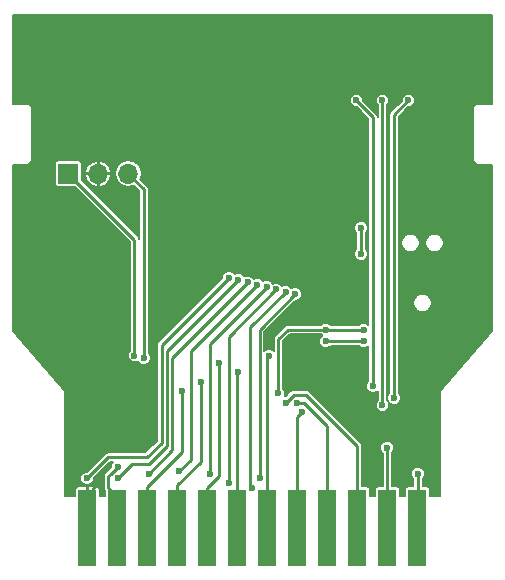
<source format=gbl>
G04 #@! TF.FileFunction,Copper,L2,Bot,Signal*
%FSLAX46Y46*%
G04 Gerber Fmt 4.6, Leading zero omitted, Abs format (unit mm)*
G04 Created by KiCad (PCBNEW 4.0.7) date 10/01/18 20:06:01*
%MOMM*%
%LPD*%
G01*
G04 APERTURE LIST*
%ADD10C,0.100000*%
%ADD11R,1.524000X6.477000*%
%ADD12R,1.700000X1.700000*%
%ADD13O,1.700000X1.700000*%
%ADD14C,0.600000*%
%ADD15C,0.250000*%
%ADD16C,0.152400*%
G04 APERTURE END LIST*
D10*
D11*
X111430000Y-96190000D03*
X113970000Y-96190000D03*
X108890000Y-96190000D03*
X106350000Y-96190000D03*
X103810000Y-96190000D03*
X101270000Y-96190000D03*
X98730000Y-96190000D03*
X96190000Y-96190000D03*
X93650000Y-96190000D03*
X91110000Y-96190000D03*
X88570000Y-96190000D03*
X86030000Y-96190000D03*
D12*
X84400000Y-66200000D03*
D13*
X86940000Y-66200000D03*
X89480000Y-66200000D03*
D14*
X94800000Y-73600000D03*
X97000000Y-73600000D03*
X106600000Y-74800000D03*
X112800000Y-73600000D03*
X88400000Y-85200000D03*
X93600000Y-78200000D03*
X87000000Y-92200000D03*
X112800000Y-88200000D03*
X112800000Y-86800000D03*
X112800000Y-75400000D03*
X106200000Y-79400000D03*
X109200000Y-70800000D03*
X109200000Y-73000000D03*
X102200000Y-84800000D03*
X109400000Y-79400000D03*
X88600000Y-91000000D03*
X111400000Y-89400000D03*
X114000000Y-91600000D03*
X103600000Y-76400000D03*
X100600000Y-92000000D03*
X100000000Y-92800000D03*
X102800000Y-76200000D03*
X98000000Y-92400000D03*
X102000000Y-76000000D03*
X101200000Y-75800000D03*
X96400000Y-91600000D03*
X100400000Y-75600000D03*
X93800000Y-91400000D03*
X99600000Y-75400000D03*
X91200000Y-91600000D03*
X98800000Y-75200000D03*
X88600000Y-92000000D03*
X98000000Y-75000000D03*
X86000000Y-92000000D03*
X102800000Y-85600000D03*
X103800000Y-85600000D03*
X104200000Y-86400000D03*
X101400000Y-81600000D03*
X98800000Y-83000000D03*
X97200000Y-82200000D03*
X95600000Y-83800000D03*
X94000000Y-84600000D03*
X113200000Y-60000000D03*
X112000000Y-85200000D03*
X111000000Y-60000000D03*
X111000000Y-85800000D03*
X108800000Y-60000000D03*
X110200000Y-84200000D03*
X109400000Y-80400000D03*
X106200000Y-80400000D03*
X90000000Y-81600000D03*
X90800000Y-81800000D03*
D15*
X86030000Y-96190000D02*
X86030000Y-93570000D01*
X86030000Y-93570000D02*
X87000000Y-92200000D01*
X109200000Y-70800000D02*
X109200000Y-73000000D01*
X106200000Y-79400000D02*
X103000000Y-79400000D01*
X103000000Y-79400000D02*
X102200000Y-80200000D01*
X102200000Y-80200000D02*
X102200000Y-84800000D01*
X109400000Y-79400000D02*
X106200000Y-79400000D01*
X88000000Y-91600000D02*
X87800000Y-91800000D01*
X88600000Y-91000000D02*
X88000000Y-91600000D01*
X87800000Y-92800000D02*
X88570000Y-93570000D01*
X87800000Y-91800000D02*
X87800000Y-92800000D01*
X88570000Y-93570000D02*
X88570000Y-96190000D01*
X111400000Y-89400000D02*
X111430000Y-89430000D01*
X111430000Y-96190000D02*
X111430000Y-89430000D01*
X114000000Y-91600000D02*
X114000000Y-96160000D01*
X114000000Y-96160000D02*
X113970000Y-96190000D01*
X100600000Y-79400000D02*
X103600000Y-76400000D01*
X100600000Y-92000000D02*
X100600000Y-79400000D01*
X100000000Y-92800000D02*
X99800000Y-92600000D01*
X99800000Y-92600000D02*
X99800000Y-79200000D01*
X99800000Y-79200000D02*
X102800000Y-76200000D01*
X98000000Y-92400000D02*
X98000000Y-80000000D01*
X98000000Y-80000000D02*
X102000000Y-76000000D01*
X96400000Y-80600000D02*
X101200000Y-75800000D01*
X96400000Y-81600000D02*
X96400000Y-80600000D01*
X96400000Y-91600000D02*
X96400000Y-81600000D01*
X94800000Y-81200000D02*
X100400000Y-75600000D01*
X94800000Y-90400000D02*
X94800000Y-81200000D01*
X93800000Y-91400000D02*
X94800000Y-90400000D01*
X93200000Y-81800000D02*
X99600000Y-75400000D01*
X93200000Y-89600000D02*
X93200000Y-81800000D01*
X91200000Y-91600000D02*
X93200000Y-89600000D01*
X92749998Y-81250002D02*
X98800000Y-75200000D01*
X92749998Y-89250002D02*
X92749998Y-81250002D01*
X91200000Y-90800000D02*
X92749998Y-89250002D01*
X89800000Y-90800000D02*
X91200000Y-90800000D01*
X88600000Y-92000000D02*
X89800000Y-90800000D01*
X92299996Y-80700004D02*
X98000000Y-75000000D01*
X92299996Y-89000000D02*
X92299996Y-80700004D01*
X91099996Y-90200000D02*
X92299996Y-89000000D01*
X87800000Y-90200000D02*
X91099996Y-90200000D01*
X86000000Y-92000000D02*
X87800000Y-90200000D01*
X108890000Y-89290000D02*
X108890000Y-89400000D01*
X108890000Y-89400000D02*
X108890000Y-96190000D01*
X108890000Y-89290000D02*
X108800000Y-89200000D01*
X108890000Y-89290000D02*
X108800000Y-89200000D01*
X108800000Y-89200000D02*
X104500000Y-84900000D01*
X102800000Y-85600000D02*
X103500000Y-84900000D01*
X103500000Y-84900000D02*
X104500000Y-84900000D01*
X106350000Y-87550000D02*
X106350000Y-96190000D01*
X104400000Y-85600000D02*
X106350000Y-87550000D01*
X103800000Y-85600000D02*
X104400000Y-85600000D01*
X103810000Y-86790000D02*
X103810000Y-96190000D01*
X104200000Y-86400000D02*
X103810000Y-86790000D01*
X101270000Y-96190000D02*
X101270000Y-81730000D01*
X101270000Y-81730000D02*
X101400000Y-81600000D01*
X98730000Y-96190000D02*
X98730000Y-83070000D01*
X98730000Y-83070000D02*
X98800000Y-83000000D01*
X96190000Y-96190000D02*
X96190000Y-92810000D01*
X97200000Y-91800000D02*
X97200000Y-82200000D01*
X96190000Y-92810000D02*
X97200000Y-91800000D01*
X93650000Y-92550000D02*
X93650000Y-96190000D01*
X95600000Y-90600000D02*
X93650000Y-92550000D01*
X95600000Y-83800000D02*
X95600000Y-90600000D01*
X91110000Y-92690000D02*
X91110000Y-96190000D01*
X94000000Y-89800000D02*
X91110000Y-92690000D01*
X94000000Y-84600000D02*
X94000000Y-89800000D01*
X112000000Y-61200000D02*
X113200000Y-60000000D01*
X112000000Y-84000000D02*
X112000000Y-61200000D01*
X112000000Y-85200000D02*
X112000000Y-84000000D01*
X111000000Y-85800000D02*
X111000000Y-60000000D01*
X110200000Y-61400000D02*
X108800000Y-60000000D01*
X110200000Y-84200000D02*
X110200000Y-61400000D01*
X106200000Y-80400000D02*
X109400000Y-80400000D01*
X90000000Y-71800000D02*
X84400000Y-66200000D01*
X90000000Y-81600000D02*
X90000000Y-71800000D01*
X90800000Y-67520000D02*
X89480000Y-66200000D01*
X90800000Y-81800000D02*
X90800000Y-67520000D01*
D16*
G36*
X120283100Y-60275600D02*
X119050000Y-60275600D01*
X119049601Y-60275679D01*
X119049203Y-60275601D01*
X118981864Y-60289153D01*
X118914377Y-60302577D01*
X118914039Y-60302803D01*
X118913641Y-60302883D01*
X118856553Y-60341213D01*
X118799401Y-60379401D01*
X118799176Y-60379738D01*
X118798838Y-60379965D01*
X118760790Y-60437187D01*
X118722577Y-60494377D01*
X118722498Y-60494776D01*
X118722273Y-60495114D01*
X118709027Y-60562499D01*
X118695600Y-60630000D01*
X118695679Y-60630399D01*
X118695601Y-60630797D01*
X118705487Y-65025293D01*
X118695600Y-65075000D01*
X118722577Y-65210623D01*
X118799401Y-65325599D01*
X118914377Y-65402423D01*
X119050000Y-65429400D01*
X120283100Y-65429400D01*
X120283100Y-79546840D01*
X115925787Y-84526626D01*
X115897062Y-84576507D01*
X115865077Y-84624377D01*
X115862745Y-84636100D01*
X115856781Y-84646457D01*
X115849330Y-84703543D01*
X115838100Y-84760000D01*
X115838100Y-93523800D01*
X115016873Y-93523800D01*
X115016873Y-92951500D01*
X114997391Y-92847961D01*
X114936199Y-92752866D01*
X114842832Y-92689071D01*
X114732000Y-92666627D01*
X114404400Y-92666627D01*
X114404400Y-92014986D01*
X114490905Y-91928632D01*
X114579299Y-91715755D01*
X114579500Y-91485256D01*
X114491478Y-91272225D01*
X114328632Y-91109095D01*
X114115755Y-91020701D01*
X113885256Y-91020500D01*
X113672225Y-91108522D01*
X113509095Y-91271368D01*
X113420701Y-91484245D01*
X113420500Y-91714744D01*
X113508522Y-91927775D01*
X113595600Y-92015005D01*
X113595600Y-92666627D01*
X113208000Y-92666627D01*
X113104461Y-92686109D01*
X113009366Y-92747301D01*
X112945571Y-92840668D01*
X112923127Y-92951500D01*
X112923127Y-93523800D01*
X112476873Y-93523800D01*
X112476873Y-92951500D01*
X112457391Y-92847961D01*
X112396199Y-92752866D01*
X112302832Y-92689071D01*
X112192000Y-92666627D01*
X111834400Y-92666627D01*
X111834400Y-89785039D01*
X111890905Y-89728632D01*
X111979299Y-89515755D01*
X111979500Y-89285256D01*
X111891478Y-89072225D01*
X111728632Y-88909095D01*
X111515755Y-88820701D01*
X111285256Y-88820500D01*
X111072225Y-88908522D01*
X110909095Y-89071368D01*
X110820701Y-89284245D01*
X110820500Y-89514744D01*
X110908522Y-89727775D01*
X111025600Y-89845057D01*
X111025600Y-92666627D01*
X110668000Y-92666627D01*
X110564461Y-92686109D01*
X110469366Y-92747301D01*
X110405571Y-92840668D01*
X110383127Y-92951500D01*
X110383127Y-93523800D01*
X109936873Y-93523800D01*
X109936873Y-92951500D01*
X109917391Y-92847961D01*
X109856199Y-92752866D01*
X109762832Y-92689071D01*
X109652000Y-92666627D01*
X109294400Y-92666627D01*
X109294400Y-89290000D01*
X109263617Y-89135243D01*
X109263617Y-89135242D01*
X109175954Y-89004046D01*
X104785954Y-84614046D01*
X104654757Y-84526383D01*
X104500000Y-84495600D01*
X103500000Y-84495600D01*
X103345243Y-84526383D01*
X103235067Y-84600000D01*
X103214046Y-84614046D01*
X102807485Y-85020607D01*
X102735787Y-85020544D01*
X102779299Y-84915755D01*
X102779500Y-84685256D01*
X102691478Y-84472225D01*
X102604400Y-84384995D01*
X102604400Y-80367508D01*
X103167508Y-79804400D01*
X105785014Y-79804400D01*
X105871368Y-79890905D01*
X105893061Y-79899913D01*
X105872225Y-79908522D01*
X105709095Y-80071368D01*
X105620701Y-80284245D01*
X105620500Y-80514744D01*
X105708522Y-80727775D01*
X105871368Y-80890905D01*
X106084245Y-80979299D01*
X106314744Y-80979500D01*
X106527775Y-80891478D01*
X106615005Y-80804400D01*
X108985014Y-80804400D01*
X109071368Y-80890905D01*
X109284245Y-80979299D01*
X109514744Y-80979500D01*
X109727775Y-80891478D01*
X109795600Y-80823771D01*
X109795600Y-83785014D01*
X109709095Y-83871368D01*
X109620701Y-84084245D01*
X109620500Y-84314744D01*
X109708522Y-84527775D01*
X109871368Y-84690905D01*
X110084245Y-84779299D01*
X110314744Y-84779500D01*
X110527775Y-84691478D01*
X110595600Y-84623771D01*
X110595600Y-85385014D01*
X110509095Y-85471368D01*
X110420701Y-85684245D01*
X110420500Y-85914744D01*
X110508522Y-86127775D01*
X110671368Y-86290905D01*
X110884245Y-86379299D01*
X111114744Y-86379500D01*
X111327775Y-86291478D01*
X111490905Y-86128632D01*
X111579299Y-85915755D01*
X111579500Y-85685256D01*
X111518603Y-85537874D01*
X111671368Y-85690905D01*
X111884245Y-85779299D01*
X112114744Y-85779500D01*
X112327775Y-85691478D01*
X112490905Y-85528632D01*
X112579299Y-85315755D01*
X112579500Y-85085256D01*
X112491478Y-84872225D01*
X112404400Y-84784995D01*
X112404400Y-77293421D01*
X113625166Y-77293421D01*
X113742859Y-77578259D01*
X113960595Y-77796376D01*
X114245227Y-77914565D01*
X114553421Y-77914834D01*
X114838259Y-77797141D01*
X115056376Y-77579405D01*
X115174565Y-77294773D01*
X115174834Y-76986579D01*
X115057141Y-76701741D01*
X114839405Y-76483624D01*
X114554773Y-76365435D01*
X114246579Y-76365166D01*
X113961741Y-76482859D01*
X113743624Y-76700595D01*
X113625435Y-76985227D01*
X113625166Y-77293421D01*
X112404400Y-77293421D01*
X112404400Y-72213421D01*
X112609166Y-72213421D01*
X112726859Y-72498259D01*
X112944595Y-72716376D01*
X113229227Y-72834565D01*
X113537421Y-72834834D01*
X113822259Y-72717141D01*
X114040376Y-72499405D01*
X114158565Y-72214773D01*
X114158566Y-72213421D01*
X114641166Y-72213421D01*
X114758859Y-72498259D01*
X114976595Y-72716376D01*
X115261227Y-72834565D01*
X115569421Y-72834834D01*
X115854259Y-72717141D01*
X116072376Y-72499405D01*
X116190565Y-72214773D01*
X116190834Y-71906579D01*
X116073141Y-71621741D01*
X115855405Y-71403624D01*
X115570773Y-71285435D01*
X115262579Y-71285166D01*
X114977741Y-71402859D01*
X114759624Y-71620595D01*
X114641435Y-71905227D01*
X114641166Y-72213421D01*
X114158566Y-72213421D01*
X114158834Y-71906579D01*
X114041141Y-71621741D01*
X113823405Y-71403624D01*
X113538773Y-71285435D01*
X113230579Y-71285166D01*
X112945741Y-71402859D01*
X112727624Y-71620595D01*
X112609435Y-71905227D01*
X112609166Y-72213421D01*
X112404400Y-72213421D01*
X112404400Y-61367508D01*
X113192515Y-60579393D01*
X113314744Y-60579500D01*
X113527775Y-60491478D01*
X113690905Y-60328632D01*
X113779299Y-60115755D01*
X113779500Y-59885256D01*
X113691478Y-59672225D01*
X113528632Y-59509095D01*
X113315755Y-59420701D01*
X113085256Y-59420500D01*
X112872225Y-59508522D01*
X112709095Y-59671368D01*
X112620701Y-59884245D01*
X112620594Y-60007498D01*
X111714046Y-60914046D01*
X111626383Y-61045243D01*
X111595600Y-61200000D01*
X111595600Y-84785014D01*
X111509095Y-84871368D01*
X111420701Y-85084245D01*
X111420500Y-85314744D01*
X111481397Y-85462126D01*
X111404400Y-85384995D01*
X111404400Y-60414986D01*
X111490905Y-60328632D01*
X111579299Y-60115755D01*
X111579500Y-59885256D01*
X111491478Y-59672225D01*
X111328632Y-59509095D01*
X111115755Y-59420701D01*
X110885256Y-59420500D01*
X110672225Y-59508522D01*
X110509095Y-59671368D01*
X110420701Y-59884245D01*
X110420500Y-60114744D01*
X110508522Y-60327775D01*
X110595600Y-60415005D01*
X110595600Y-61355759D01*
X110573617Y-61245243D01*
X110485954Y-61114046D01*
X109379393Y-60007485D01*
X109379500Y-59885256D01*
X109291478Y-59672225D01*
X109128632Y-59509095D01*
X108915755Y-59420701D01*
X108685256Y-59420500D01*
X108472225Y-59508522D01*
X108309095Y-59671368D01*
X108220701Y-59884245D01*
X108220500Y-60114744D01*
X108308522Y-60327775D01*
X108471368Y-60490905D01*
X108684245Y-60579299D01*
X108807498Y-60579406D01*
X109795600Y-61567508D01*
X109795600Y-78976180D01*
X109728632Y-78909095D01*
X109515755Y-78820701D01*
X109285256Y-78820500D01*
X109072225Y-78908522D01*
X108984995Y-78995600D01*
X106614986Y-78995600D01*
X106528632Y-78909095D01*
X106315755Y-78820701D01*
X106085256Y-78820500D01*
X105872225Y-78908522D01*
X105784995Y-78995600D01*
X103000000Y-78995600D01*
X102845243Y-79026383D01*
X102714046Y-79114046D01*
X101914046Y-79914046D01*
X101826383Y-80045243D01*
X101795600Y-80200000D01*
X101795600Y-81176180D01*
X101728632Y-81109095D01*
X101515755Y-81020701D01*
X101285256Y-81020500D01*
X101072225Y-81108522D01*
X101004400Y-81176229D01*
X101004400Y-79567508D01*
X103592515Y-76979393D01*
X103714744Y-76979500D01*
X103927775Y-76891478D01*
X104090905Y-76728632D01*
X104179299Y-76515755D01*
X104179500Y-76285256D01*
X104091478Y-76072225D01*
X103928632Y-75909095D01*
X103715755Y-75820701D01*
X103485256Y-75820500D01*
X103301481Y-75896434D01*
X103291478Y-75872225D01*
X103128632Y-75709095D01*
X102915755Y-75620701D01*
X102685256Y-75620500D01*
X102501481Y-75696434D01*
X102491478Y-75672225D01*
X102328632Y-75509095D01*
X102115755Y-75420701D01*
X101885256Y-75420500D01*
X101701481Y-75496434D01*
X101691478Y-75472225D01*
X101528632Y-75309095D01*
X101315755Y-75220701D01*
X101085256Y-75220500D01*
X100901481Y-75296434D01*
X100891478Y-75272225D01*
X100728632Y-75109095D01*
X100515755Y-75020701D01*
X100285256Y-75020500D01*
X100101481Y-75096434D01*
X100091478Y-75072225D01*
X99928632Y-74909095D01*
X99715755Y-74820701D01*
X99485256Y-74820500D01*
X99301481Y-74896434D01*
X99291478Y-74872225D01*
X99128632Y-74709095D01*
X98915755Y-74620701D01*
X98685256Y-74620500D01*
X98501481Y-74696434D01*
X98491478Y-74672225D01*
X98328632Y-74509095D01*
X98115755Y-74420701D01*
X97885256Y-74420500D01*
X97672225Y-74508522D01*
X97509095Y-74671368D01*
X97420701Y-74884245D01*
X97420594Y-75007498D01*
X92014042Y-80414050D01*
X91926379Y-80545247D01*
X91895596Y-80700004D01*
X91895596Y-88832492D01*
X90932488Y-89795600D01*
X87800000Y-89795600D01*
X87645242Y-89826383D01*
X87514046Y-89914046D01*
X86007485Y-91420607D01*
X85885256Y-91420500D01*
X85672225Y-91508522D01*
X85509095Y-91671368D01*
X85420701Y-91884245D01*
X85420500Y-92114744D01*
X85508522Y-92327775D01*
X85671368Y-92490905D01*
X85884245Y-92579299D01*
X86114744Y-92579500D01*
X86327775Y-92491478D01*
X86490905Y-92328632D01*
X86579299Y-92115755D01*
X86579406Y-91992502D01*
X87967508Y-90604400D01*
X88176180Y-90604400D01*
X88109095Y-90671368D01*
X88020701Y-90884245D01*
X88020594Y-91007498D01*
X87514046Y-91514046D01*
X87426383Y-91645243D01*
X87395600Y-91800000D01*
X87395600Y-92800000D01*
X87426383Y-92954757D01*
X87514046Y-93085954D01*
X87523127Y-93095035D01*
X87523127Y-93523800D01*
X87068200Y-93523800D01*
X87068200Y-92896561D01*
X87026151Y-92795046D01*
X86948455Y-92717349D01*
X86846940Y-92675300D01*
X86149850Y-92675300D01*
X86080800Y-92744350D01*
X86080800Y-93523800D01*
X85979200Y-93523800D01*
X85979200Y-92744350D01*
X85910150Y-92675300D01*
X85213060Y-92675300D01*
X85111545Y-92717349D01*
X85033849Y-92795046D01*
X84991800Y-92896561D01*
X84991800Y-93523800D01*
X84161900Y-93523800D01*
X84161900Y-84760000D01*
X84150672Y-84703551D01*
X84143220Y-84646457D01*
X84137254Y-84636098D01*
X84134923Y-84624377D01*
X84102941Y-84576512D01*
X84074213Y-84526626D01*
X79716900Y-79546840D01*
X79716900Y-65429400D01*
X80950000Y-65429400D01*
X81085623Y-65402423D01*
X81164080Y-65350000D01*
X83265127Y-65350000D01*
X83265127Y-67050000D01*
X83284609Y-67153539D01*
X83345801Y-67248634D01*
X83439168Y-67312429D01*
X83550000Y-67334873D01*
X84962965Y-67334873D01*
X89595600Y-71967508D01*
X89595600Y-81185014D01*
X89509095Y-81271368D01*
X89420701Y-81484245D01*
X89420500Y-81714744D01*
X89508522Y-81927775D01*
X89671368Y-82090905D01*
X89884245Y-82179299D01*
X90114744Y-82179500D01*
X90298519Y-82103566D01*
X90308522Y-82127775D01*
X90471368Y-82290905D01*
X90684245Y-82379299D01*
X90914744Y-82379500D01*
X91127775Y-82291478D01*
X91290905Y-82128632D01*
X91379299Y-81915755D01*
X91379500Y-81685256D01*
X91291478Y-81472225D01*
X91204400Y-81384995D01*
X91204400Y-70914744D01*
X108620500Y-70914744D01*
X108708522Y-71127775D01*
X108795600Y-71215005D01*
X108795600Y-72585014D01*
X108709095Y-72671368D01*
X108620701Y-72884245D01*
X108620500Y-73114744D01*
X108708522Y-73327775D01*
X108871368Y-73490905D01*
X109084245Y-73579299D01*
X109314744Y-73579500D01*
X109527775Y-73491478D01*
X109690905Y-73328632D01*
X109779299Y-73115755D01*
X109779500Y-72885256D01*
X109691478Y-72672225D01*
X109604400Y-72584995D01*
X109604400Y-71214986D01*
X109690905Y-71128632D01*
X109779299Y-70915755D01*
X109779500Y-70685256D01*
X109691478Y-70472225D01*
X109528632Y-70309095D01*
X109315755Y-70220701D01*
X109085256Y-70220500D01*
X108872225Y-70308522D01*
X108709095Y-70471368D01*
X108620701Y-70684245D01*
X108620500Y-70914744D01*
X91204400Y-70914744D01*
X91204400Y-67520000D01*
X91173617Y-67365243D01*
X91085954Y-67234046D01*
X90516543Y-66664635D01*
X90523430Y-66654329D01*
X90609400Y-66222126D01*
X90609400Y-66177874D01*
X90523430Y-65745671D01*
X90278606Y-65379268D01*
X89912203Y-65134444D01*
X89480000Y-65048474D01*
X89047797Y-65134444D01*
X88681394Y-65379268D01*
X88436570Y-65745671D01*
X88350600Y-66177874D01*
X88350600Y-66222126D01*
X88436570Y-66654329D01*
X88681394Y-67020732D01*
X89047797Y-67265556D01*
X89480000Y-67351526D01*
X89912203Y-67265556D01*
X89949037Y-67240945D01*
X90395600Y-67687508D01*
X90395600Y-71755759D01*
X90373617Y-71645243D01*
X90285954Y-71514046D01*
X85534873Y-66762965D01*
X85534873Y-66426173D01*
X85836739Y-66426173D01*
X86007272Y-66831156D01*
X86319805Y-67140052D01*
X86713828Y-67303256D01*
X86889200Y-67255929D01*
X86889200Y-66250800D01*
X86990800Y-66250800D01*
X86990800Y-67255929D01*
X87166172Y-67303256D01*
X87560195Y-67140052D01*
X87872728Y-66831156D01*
X88043261Y-66426173D01*
X87996009Y-66250800D01*
X86990800Y-66250800D01*
X86889200Y-66250800D01*
X85883991Y-66250800D01*
X85836739Y-66426173D01*
X85534873Y-66426173D01*
X85534873Y-65973827D01*
X85836739Y-65973827D01*
X85883991Y-66149200D01*
X86889200Y-66149200D01*
X86889200Y-65144071D01*
X86990800Y-65144071D01*
X86990800Y-66149200D01*
X87996009Y-66149200D01*
X88043261Y-65973827D01*
X87872728Y-65568844D01*
X87560195Y-65259948D01*
X87166172Y-65096744D01*
X86990800Y-65144071D01*
X86889200Y-65144071D01*
X86713828Y-65096744D01*
X86319805Y-65259948D01*
X86007272Y-65568844D01*
X85836739Y-65973827D01*
X85534873Y-65973827D01*
X85534873Y-65350000D01*
X85515391Y-65246461D01*
X85454199Y-65151366D01*
X85360832Y-65087571D01*
X85250000Y-65065127D01*
X83550000Y-65065127D01*
X83446461Y-65084609D01*
X83351366Y-65145801D01*
X83287571Y-65239168D01*
X83265127Y-65350000D01*
X81164080Y-65350000D01*
X81200599Y-65325599D01*
X81277423Y-65210623D01*
X81304400Y-65075000D01*
X81304400Y-60630000D01*
X81277423Y-60494377D01*
X81200599Y-60379401D01*
X81085623Y-60302577D01*
X80950000Y-60275600D01*
X79716900Y-60275600D01*
X79716900Y-52729400D01*
X120283100Y-52729400D01*
X120283100Y-60275600D01*
X120283100Y-60275600D01*
G37*
X120283100Y-60275600D02*
X119050000Y-60275600D01*
X119049601Y-60275679D01*
X119049203Y-60275601D01*
X118981864Y-60289153D01*
X118914377Y-60302577D01*
X118914039Y-60302803D01*
X118913641Y-60302883D01*
X118856553Y-60341213D01*
X118799401Y-60379401D01*
X118799176Y-60379738D01*
X118798838Y-60379965D01*
X118760790Y-60437187D01*
X118722577Y-60494377D01*
X118722498Y-60494776D01*
X118722273Y-60495114D01*
X118709027Y-60562499D01*
X118695600Y-60630000D01*
X118695679Y-60630399D01*
X118695601Y-60630797D01*
X118705487Y-65025293D01*
X118695600Y-65075000D01*
X118722577Y-65210623D01*
X118799401Y-65325599D01*
X118914377Y-65402423D01*
X119050000Y-65429400D01*
X120283100Y-65429400D01*
X120283100Y-79546840D01*
X115925787Y-84526626D01*
X115897062Y-84576507D01*
X115865077Y-84624377D01*
X115862745Y-84636100D01*
X115856781Y-84646457D01*
X115849330Y-84703543D01*
X115838100Y-84760000D01*
X115838100Y-93523800D01*
X115016873Y-93523800D01*
X115016873Y-92951500D01*
X114997391Y-92847961D01*
X114936199Y-92752866D01*
X114842832Y-92689071D01*
X114732000Y-92666627D01*
X114404400Y-92666627D01*
X114404400Y-92014986D01*
X114490905Y-91928632D01*
X114579299Y-91715755D01*
X114579500Y-91485256D01*
X114491478Y-91272225D01*
X114328632Y-91109095D01*
X114115755Y-91020701D01*
X113885256Y-91020500D01*
X113672225Y-91108522D01*
X113509095Y-91271368D01*
X113420701Y-91484245D01*
X113420500Y-91714744D01*
X113508522Y-91927775D01*
X113595600Y-92015005D01*
X113595600Y-92666627D01*
X113208000Y-92666627D01*
X113104461Y-92686109D01*
X113009366Y-92747301D01*
X112945571Y-92840668D01*
X112923127Y-92951500D01*
X112923127Y-93523800D01*
X112476873Y-93523800D01*
X112476873Y-92951500D01*
X112457391Y-92847961D01*
X112396199Y-92752866D01*
X112302832Y-92689071D01*
X112192000Y-92666627D01*
X111834400Y-92666627D01*
X111834400Y-89785039D01*
X111890905Y-89728632D01*
X111979299Y-89515755D01*
X111979500Y-89285256D01*
X111891478Y-89072225D01*
X111728632Y-88909095D01*
X111515755Y-88820701D01*
X111285256Y-88820500D01*
X111072225Y-88908522D01*
X110909095Y-89071368D01*
X110820701Y-89284245D01*
X110820500Y-89514744D01*
X110908522Y-89727775D01*
X111025600Y-89845057D01*
X111025600Y-92666627D01*
X110668000Y-92666627D01*
X110564461Y-92686109D01*
X110469366Y-92747301D01*
X110405571Y-92840668D01*
X110383127Y-92951500D01*
X110383127Y-93523800D01*
X109936873Y-93523800D01*
X109936873Y-92951500D01*
X109917391Y-92847961D01*
X109856199Y-92752866D01*
X109762832Y-92689071D01*
X109652000Y-92666627D01*
X109294400Y-92666627D01*
X109294400Y-89290000D01*
X109263617Y-89135243D01*
X109263617Y-89135242D01*
X109175954Y-89004046D01*
X104785954Y-84614046D01*
X104654757Y-84526383D01*
X104500000Y-84495600D01*
X103500000Y-84495600D01*
X103345243Y-84526383D01*
X103235067Y-84600000D01*
X103214046Y-84614046D01*
X102807485Y-85020607D01*
X102735787Y-85020544D01*
X102779299Y-84915755D01*
X102779500Y-84685256D01*
X102691478Y-84472225D01*
X102604400Y-84384995D01*
X102604400Y-80367508D01*
X103167508Y-79804400D01*
X105785014Y-79804400D01*
X105871368Y-79890905D01*
X105893061Y-79899913D01*
X105872225Y-79908522D01*
X105709095Y-80071368D01*
X105620701Y-80284245D01*
X105620500Y-80514744D01*
X105708522Y-80727775D01*
X105871368Y-80890905D01*
X106084245Y-80979299D01*
X106314744Y-80979500D01*
X106527775Y-80891478D01*
X106615005Y-80804400D01*
X108985014Y-80804400D01*
X109071368Y-80890905D01*
X109284245Y-80979299D01*
X109514744Y-80979500D01*
X109727775Y-80891478D01*
X109795600Y-80823771D01*
X109795600Y-83785014D01*
X109709095Y-83871368D01*
X109620701Y-84084245D01*
X109620500Y-84314744D01*
X109708522Y-84527775D01*
X109871368Y-84690905D01*
X110084245Y-84779299D01*
X110314744Y-84779500D01*
X110527775Y-84691478D01*
X110595600Y-84623771D01*
X110595600Y-85385014D01*
X110509095Y-85471368D01*
X110420701Y-85684245D01*
X110420500Y-85914744D01*
X110508522Y-86127775D01*
X110671368Y-86290905D01*
X110884245Y-86379299D01*
X111114744Y-86379500D01*
X111327775Y-86291478D01*
X111490905Y-86128632D01*
X111579299Y-85915755D01*
X111579500Y-85685256D01*
X111518603Y-85537874D01*
X111671368Y-85690905D01*
X111884245Y-85779299D01*
X112114744Y-85779500D01*
X112327775Y-85691478D01*
X112490905Y-85528632D01*
X112579299Y-85315755D01*
X112579500Y-85085256D01*
X112491478Y-84872225D01*
X112404400Y-84784995D01*
X112404400Y-77293421D01*
X113625166Y-77293421D01*
X113742859Y-77578259D01*
X113960595Y-77796376D01*
X114245227Y-77914565D01*
X114553421Y-77914834D01*
X114838259Y-77797141D01*
X115056376Y-77579405D01*
X115174565Y-77294773D01*
X115174834Y-76986579D01*
X115057141Y-76701741D01*
X114839405Y-76483624D01*
X114554773Y-76365435D01*
X114246579Y-76365166D01*
X113961741Y-76482859D01*
X113743624Y-76700595D01*
X113625435Y-76985227D01*
X113625166Y-77293421D01*
X112404400Y-77293421D01*
X112404400Y-72213421D01*
X112609166Y-72213421D01*
X112726859Y-72498259D01*
X112944595Y-72716376D01*
X113229227Y-72834565D01*
X113537421Y-72834834D01*
X113822259Y-72717141D01*
X114040376Y-72499405D01*
X114158565Y-72214773D01*
X114158566Y-72213421D01*
X114641166Y-72213421D01*
X114758859Y-72498259D01*
X114976595Y-72716376D01*
X115261227Y-72834565D01*
X115569421Y-72834834D01*
X115854259Y-72717141D01*
X116072376Y-72499405D01*
X116190565Y-72214773D01*
X116190834Y-71906579D01*
X116073141Y-71621741D01*
X115855405Y-71403624D01*
X115570773Y-71285435D01*
X115262579Y-71285166D01*
X114977741Y-71402859D01*
X114759624Y-71620595D01*
X114641435Y-71905227D01*
X114641166Y-72213421D01*
X114158566Y-72213421D01*
X114158834Y-71906579D01*
X114041141Y-71621741D01*
X113823405Y-71403624D01*
X113538773Y-71285435D01*
X113230579Y-71285166D01*
X112945741Y-71402859D01*
X112727624Y-71620595D01*
X112609435Y-71905227D01*
X112609166Y-72213421D01*
X112404400Y-72213421D01*
X112404400Y-61367508D01*
X113192515Y-60579393D01*
X113314744Y-60579500D01*
X113527775Y-60491478D01*
X113690905Y-60328632D01*
X113779299Y-60115755D01*
X113779500Y-59885256D01*
X113691478Y-59672225D01*
X113528632Y-59509095D01*
X113315755Y-59420701D01*
X113085256Y-59420500D01*
X112872225Y-59508522D01*
X112709095Y-59671368D01*
X112620701Y-59884245D01*
X112620594Y-60007498D01*
X111714046Y-60914046D01*
X111626383Y-61045243D01*
X111595600Y-61200000D01*
X111595600Y-84785014D01*
X111509095Y-84871368D01*
X111420701Y-85084245D01*
X111420500Y-85314744D01*
X111481397Y-85462126D01*
X111404400Y-85384995D01*
X111404400Y-60414986D01*
X111490905Y-60328632D01*
X111579299Y-60115755D01*
X111579500Y-59885256D01*
X111491478Y-59672225D01*
X111328632Y-59509095D01*
X111115755Y-59420701D01*
X110885256Y-59420500D01*
X110672225Y-59508522D01*
X110509095Y-59671368D01*
X110420701Y-59884245D01*
X110420500Y-60114744D01*
X110508522Y-60327775D01*
X110595600Y-60415005D01*
X110595600Y-61355759D01*
X110573617Y-61245243D01*
X110485954Y-61114046D01*
X109379393Y-60007485D01*
X109379500Y-59885256D01*
X109291478Y-59672225D01*
X109128632Y-59509095D01*
X108915755Y-59420701D01*
X108685256Y-59420500D01*
X108472225Y-59508522D01*
X108309095Y-59671368D01*
X108220701Y-59884245D01*
X108220500Y-60114744D01*
X108308522Y-60327775D01*
X108471368Y-60490905D01*
X108684245Y-60579299D01*
X108807498Y-60579406D01*
X109795600Y-61567508D01*
X109795600Y-78976180D01*
X109728632Y-78909095D01*
X109515755Y-78820701D01*
X109285256Y-78820500D01*
X109072225Y-78908522D01*
X108984995Y-78995600D01*
X106614986Y-78995600D01*
X106528632Y-78909095D01*
X106315755Y-78820701D01*
X106085256Y-78820500D01*
X105872225Y-78908522D01*
X105784995Y-78995600D01*
X103000000Y-78995600D01*
X102845243Y-79026383D01*
X102714046Y-79114046D01*
X101914046Y-79914046D01*
X101826383Y-80045243D01*
X101795600Y-80200000D01*
X101795600Y-81176180D01*
X101728632Y-81109095D01*
X101515755Y-81020701D01*
X101285256Y-81020500D01*
X101072225Y-81108522D01*
X101004400Y-81176229D01*
X101004400Y-79567508D01*
X103592515Y-76979393D01*
X103714744Y-76979500D01*
X103927775Y-76891478D01*
X104090905Y-76728632D01*
X104179299Y-76515755D01*
X104179500Y-76285256D01*
X104091478Y-76072225D01*
X103928632Y-75909095D01*
X103715755Y-75820701D01*
X103485256Y-75820500D01*
X103301481Y-75896434D01*
X103291478Y-75872225D01*
X103128632Y-75709095D01*
X102915755Y-75620701D01*
X102685256Y-75620500D01*
X102501481Y-75696434D01*
X102491478Y-75672225D01*
X102328632Y-75509095D01*
X102115755Y-75420701D01*
X101885256Y-75420500D01*
X101701481Y-75496434D01*
X101691478Y-75472225D01*
X101528632Y-75309095D01*
X101315755Y-75220701D01*
X101085256Y-75220500D01*
X100901481Y-75296434D01*
X100891478Y-75272225D01*
X100728632Y-75109095D01*
X100515755Y-75020701D01*
X100285256Y-75020500D01*
X100101481Y-75096434D01*
X100091478Y-75072225D01*
X99928632Y-74909095D01*
X99715755Y-74820701D01*
X99485256Y-74820500D01*
X99301481Y-74896434D01*
X99291478Y-74872225D01*
X99128632Y-74709095D01*
X98915755Y-74620701D01*
X98685256Y-74620500D01*
X98501481Y-74696434D01*
X98491478Y-74672225D01*
X98328632Y-74509095D01*
X98115755Y-74420701D01*
X97885256Y-74420500D01*
X97672225Y-74508522D01*
X97509095Y-74671368D01*
X97420701Y-74884245D01*
X97420594Y-75007498D01*
X92014042Y-80414050D01*
X91926379Y-80545247D01*
X91895596Y-80700004D01*
X91895596Y-88832492D01*
X90932488Y-89795600D01*
X87800000Y-89795600D01*
X87645242Y-89826383D01*
X87514046Y-89914046D01*
X86007485Y-91420607D01*
X85885256Y-91420500D01*
X85672225Y-91508522D01*
X85509095Y-91671368D01*
X85420701Y-91884245D01*
X85420500Y-92114744D01*
X85508522Y-92327775D01*
X85671368Y-92490905D01*
X85884245Y-92579299D01*
X86114744Y-92579500D01*
X86327775Y-92491478D01*
X86490905Y-92328632D01*
X86579299Y-92115755D01*
X86579406Y-91992502D01*
X87967508Y-90604400D01*
X88176180Y-90604400D01*
X88109095Y-90671368D01*
X88020701Y-90884245D01*
X88020594Y-91007498D01*
X87514046Y-91514046D01*
X87426383Y-91645243D01*
X87395600Y-91800000D01*
X87395600Y-92800000D01*
X87426383Y-92954757D01*
X87514046Y-93085954D01*
X87523127Y-93095035D01*
X87523127Y-93523800D01*
X87068200Y-93523800D01*
X87068200Y-92896561D01*
X87026151Y-92795046D01*
X86948455Y-92717349D01*
X86846940Y-92675300D01*
X86149850Y-92675300D01*
X86080800Y-92744350D01*
X86080800Y-93523800D01*
X85979200Y-93523800D01*
X85979200Y-92744350D01*
X85910150Y-92675300D01*
X85213060Y-92675300D01*
X85111545Y-92717349D01*
X85033849Y-92795046D01*
X84991800Y-92896561D01*
X84991800Y-93523800D01*
X84161900Y-93523800D01*
X84161900Y-84760000D01*
X84150672Y-84703551D01*
X84143220Y-84646457D01*
X84137254Y-84636098D01*
X84134923Y-84624377D01*
X84102941Y-84576512D01*
X84074213Y-84526626D01*
X79716900Y-79546840D01*
X79716900Y-65429400D01*
X80950000Y-65429400D01*
X81085623Y-65402423D01*
X81164080Y-65350000D01*
X83265127Y-65350000D01*
X83265127Y-67050000D01*
X83284609Y-67153539D01*
X83345801Y-67248634D01*
X83439168Y-67312429D01*
X83550000Y-67334873D01*
X84962965Y-67334873D01*
X89595600Y-71967508D01*
X89595600Y-81185014D01*
X89509095Y-81271368D01*
X89420701Y-81484245D01*
X89420500Y-81714744D01*
X89508522Y-81927775D01*
X89671368Y-82090905D01*
X89884245Y-82179299D01*
X90114744Y-82179500D01*
X90298519Y-82103566D01*
X90308522Y-82127775D01*
X90471368Y-82290905D01*
X90684245Y-82379299D01*
X90914744Y-82379500D01*
X91127775Y-82291478D01*
X91290905Y-82128632D01*
X91379299Y-81915755D01*
X91379500Y-81685256D01*
X91291478Y-81472225D01*
X91204400Y-81384995D01*
X91204400Y-70914744D01*
X108620500Y-70914744D01*
X108708522Y-71127775D01*
X108795600Y-71215005D01*
X108795600Y-72585014D01*
X108709095Y-72671368D01*
X108620701Y-72884245D01*
X108620500Y-73114744D01*
X108708522Y-73327775D01*
X108871368Y-73490905D01*
X109084245Y-73579299D01*
X109314744Y-73579500D01*
X109527775Y-73491478D01*
X109690905Y-73328632D01*
X109779299Y-73115755D01*
X109779500Y-72885256D01*
X109691478Y-72672225D01*
X109604400Y-72584995D01*
X109604400Y-71214986D01*
X109690905Y-71128632D01*
X109779299Y-70915755D01*
X109779500Y-70685256D01*
X109691478Y-70472225D01*
X109528632Y-70309095D01*
X109315755Y-70220701D01*
X109085256Y-70220500D01*
X108872225Y-70308522D01*
X108709095Y-70471368D01*
X108620701Y-70684245D01*
X108620500Y-70914744D01*
X91204400Y-70914744D01*
X91204400Y-67520000D01*
X91173617Y-67365243D01*
X91085954Y-67234046D01*
X90516543Y-66664635D01*
X90523430Y-66654329D01*
X90609400Y-66222126D01*
X90609400Y-66177874D01*
X90523430Y-65745671D01*
X90278606Y-65379268D01*
X89912203Y-65134444D01*
X89480000Y-65048474D01*
X89047797Y-65134444D01*
X88681394Y-65379268D01*
X88436570Y-65745671D01*
X88350600Y-66177874D01*
X88350600Y-66222126D01*
X88436570Y-66654329D01*
X88681394Y-67020732D01*
X89047797Y-67265556D01*
X89480000Y-67351526D01*
X89912203Y-67265556D01*
X89949037Y-67240945D01*
X90395600Y-67687508D01*
X90395600Y-71755759D01*
X90373617Y-71645243D01*
X90285954Y-71514046D01*
X85534873Y-66762965D01*
X85534873Y-66426173D01*
X85836739Y-66426173D01*
X86007272Y-66831156D01*
X86319805Y-67140052D01*
X86713828Y-67303256D01*
X86889200Y-67255929D01*
X86889200Y-66250800D01*
X86990800Y-66250800D01*
X86990800Y-67255929D01*
X87166172Y-67303256D01*
X87560195Y-67140052D01*
X87872728Y-66831156D01*
X88043261Y-66426173D01*
X87996009Y-66250800D01*
X86990800Y-66250800D01*
X86889200Y-66250800D01*
X85883991Y-66250800D01*
X85836739Y-66426173D01*
X85534873Y-66426173D01*
X85534873Y-65973827D01*
X85836739Y-65973827D01*
X85883991Y-66149200D01*
X86889200Y-66149200D01*
X86889200Y-65144071D01*
X86990800Y-65144071D01*
X86990800Y-66149200D01*
X87996009Y-66149200D01*
X88043261Y-65973827D01*
X87872728Y-65568844D01*
X87560195Y-65259948D01*
X87166172Y-65096744D01*
X86990800Y-65144071D01*
X86889200Y-65144071D01*
X86713828Y-65096744D01*
X86319805Y-65259948D01*
X86007272Y-65568844D01*
X85836739Y-65973827D01*
X85534873Y-65973827D01*
X85534873Y-65350000D01*
X85515391Y-65246461D01*
X85454199Y-65151366D01*
X85360832Y-65087571D01*
X85250000Y-65065127D01*
X83550000Y-65065127D01*
X83446461Y-65084609D01*
X83351366Y-65145801D01*
X83287571Y-65239168D01*
X83265127Y-65350000D01*
X81164080Y-65350000D01*
X81200599Y-65325599D01*
X81277423Y-65210623D01*
X81304400Y-65075000D01*
X81304400Y-60630000D01*
X81277423Y-60494377D01*
X81200599Y-60379401D01*
X81085623Y-60302577D01*
X80950000Y-60275600D01*
X79716900Y-60275600D01*
X79716900Y-52729400D01*
X120283100Y-52729400D01*
X120283100Y-60275600D01*
M02*

</source>
